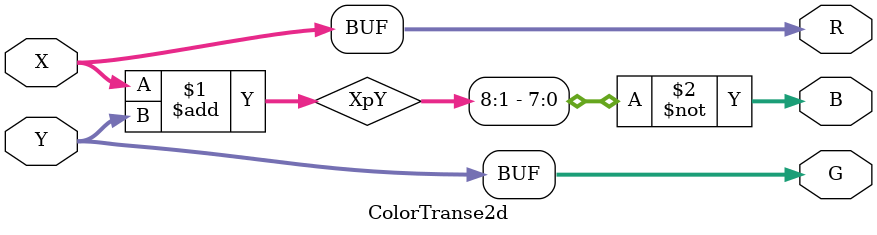
<source format=v>
`timescale 1ns / 1ps
module ColorTranse2d(input[7:0]X,input[7:0]Y,output [7:0]R,output [7:0]G,output [7:0]B);
//X=0~255
//Y=0~255
assign R=X;
assign G=Y;

wire [8:0]XpY=X+Y;
assign B=~XpY[8-:8];


endmodule
</source>
